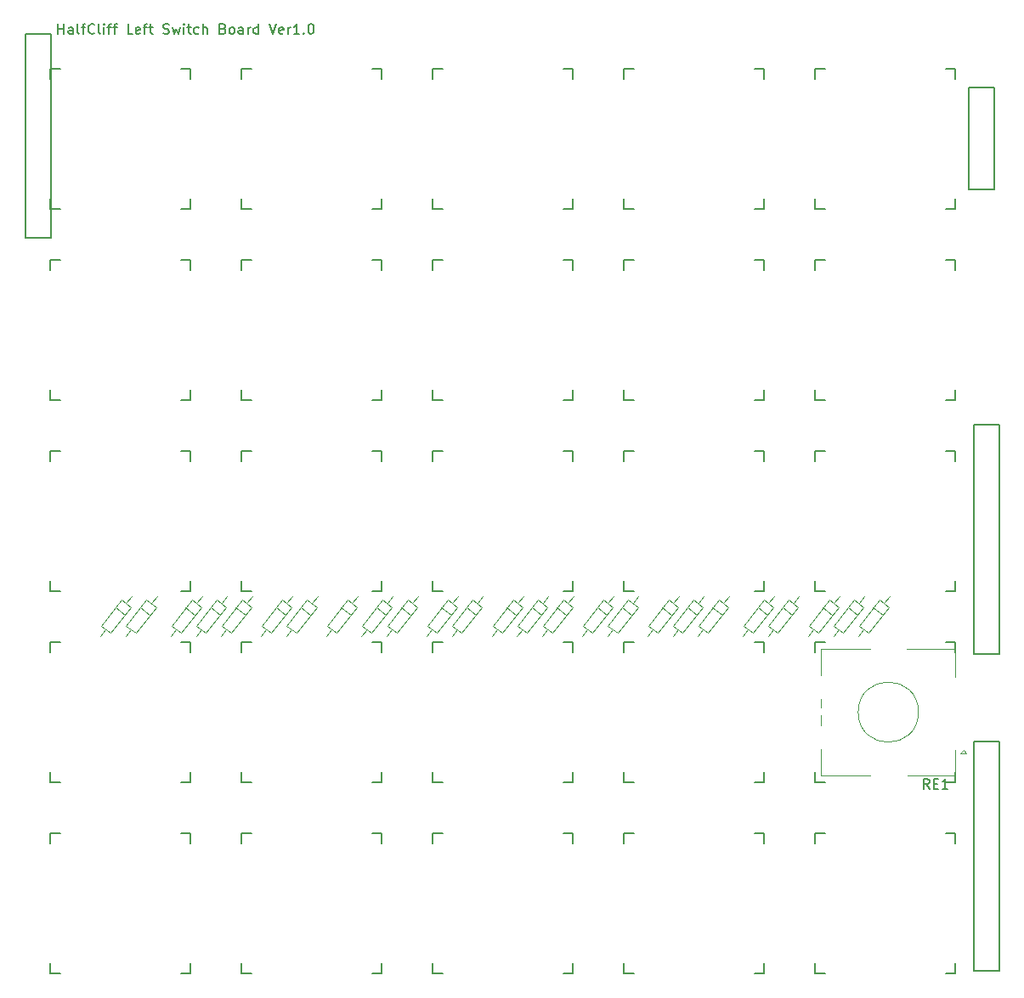
<source format=gto>
G04 #@! TF.GenerationSoftware,KiCad,Pcbnew,(5.1.9)-1*
G04 #@! TF.CreationDate,2021-04-17T21:53:40+09:00*
G04 #@! TF.ProjectId,____________,adfcb9a4-c3c1-428e-91a4-f3fa7f2e6b69,rev?*
G04 #@! TF.SameCoordinates,Original*
G04 #@! TF.FileFunction,Legend,Top*
G04 #@! TF.FilePolarity,Positive*
%FSLAX46Y46*%
G04 Gerber Fmt 4.6, Leading zero omitted, Abs format (unit mm)*
G04 Created by KiCad (PCBNEW (5.1.9)-1) date 2021-04-17 21:53:40*
%MOMM*%
%LPD*%
G01*
G04 APERTURE LIST*
%ADD10C,0.150000*%
%ADD11C,0.120000*%
%ADD12C,4.000000*%
%ADD13C,1.900000*%
%ADD14C,1.700000*%
G04 APERTURE END LIST*
D10*
X3285714Y94147619D02*
X3285714Y95147619D01*
X3285714Y94671428D02*
X3857142Y94671428D01*
X3857142Y94147619D02*
X3857142Y95147619D01*
X4761904Y94147619D02*
X4761904Y94671428D01*
X4714285Y94766666D01*
X4619047Y94814285D01*
X4428571Y94814285D01*
X4333333Y94766666D01*
X4761904Y94195238D02*
X4666666Y94147619D01*
X4428571Y94147619D01*
X4333333Y94195238D01*
X4285714Y94290476D01*
X4285714Y94385714D01*
X4333333Y94480952D01*
X4428571Y94528571D01*
X4666666Y94528571D01*
X4761904Y94576190D01*
X5380952Y94147619D02*
X5285714Y94195238D01*
X5238095Y94290476D01*
X5238095Y95147619D01*
X5619047Y94814285D02*
X5999999Y94814285D01*
X5761904Y94147619D02*
X5761904Y95004761D01*
X5809523Y95100000D01*
X5904761Y95147619D01*
X5999999Y95147619D01*
X6904761Y94242857D02*
X6857142Y94195238D01*
X6714285Y94147619D01*
X6619047Y94147619D01*
X6476190Y94195238D01*
X6380952Y94290476D01*
X6333333Y94385714D01*
X6285714Y94576190D01*
X6285714Y94719047D01*
X6333333Y94909523D01*
X6380952Y95004761D01*
X6476190Y95100000D01*
X6619047Y95147619D01*
X6714285Y95147619D01*
X6857142Y95100000D01*
X6904761Y95052380D01*
X7476190Y94147619D02*
X7380952Y94195238D01*
X7333333Y94290476D01*
X7333333Y95147619D01*
X7857142Y94147619D02*
X7857142Y94814285D01*
X7857142Y95147619D02*
X7809523Y95100000D01*
X7857142Y95052380D01*
X7904761Y95100000D01*
X7857142Y95147619D01*
X7857142Y95052380D01*
X8190476Y94814285D02*
X8571428Y94814285D01*
X8333333Y94147619D02*
X8333333Y95004761D01*
X8380952Y95100000D01*
X8476190Y95147619D01*
X8571428Y95147619D01*
X8761904Y94814285D02*
X9142857Y94814285D01*
X8904761Y94147619D02*
X8904761Y95004761D01*
X8952380Y95100000D01*
X9047619Y95147619D01*
X9142857Y95147619D01*
X10714285Y94147619D02*
X10238095Y94147619D01*
X10238095Y95147619D01*
X11428571Y94195238D02*
X11333333Y94147619D01*
X11142857Y94147619D01*
X11047619Y94195238D01*
X10999999Y94290476D01*
X10999999Y94671428D01*
X11047619Y94766666D01*
X11142857Y94814285D01*
X11333333Y94814285D01*
X11428571Y94766666D01*
X11476190Y94671428D01*
X11476190Y94576190D01*
X10999999Y94480952D01*
X11761904Y94814285D02*
X12142857Y94814285D01*
X11904761Y94147619D02*
X11904761Y95004761D01*
X11952380Y95100000D01*
X12047619Y95147619D01*
X12142857Y95147619D01*
X12333333Y94814285D02*
X12714285Y94814285D01*
X12476190Y95147619D02*
X12476190Y94290476D01*
X12523809Y94195238D01*
X12619047Y94147619D01*
X12714285Y94147619D01*
X13761904Y94195238D02*
X13904761Y94147619D01*
X14142857Y94147619D01*
X14238095Y94195238D01*
X14285714Y94242857D01*
X14333333Y94338095D01*
X14333333Y94433333D01*
X14285714Y94528571D01*
X14238095Y94576190D01*
X14142857Y94623809D01*
X13952380Y94671428D01*
X13857142Y94719047D01*
X13809523Y94766666D01*
X13761904Y94861904D01*
X13761904Y94957142D01*
X13809523Y95052380D01*
X13857142Y95100000D01*
X13952380Y95147619D01*
X14190476Y95147619D01*
X14333333Y95100000D01*
X14666666Y94814285D02*
X14857142Y94147619D01*
X15047619Y94623809D01*
X15238095Y94147619D01*
X15428571Y94814285D01*
X15809523Y94147619D02*
X15809523Y94814285D01*
X15809523Y95147619D02*
X15761904Y95100000D01*
X15809523Y95052380D01*
X15857142Y95100000D01*
X15809523Y95147619D01*
X15809523Y95052380D01*
X16142857Y94814285D02*
X16523809Y94814285D01*
X16285714Y95147619D02*
X16285714Y94290476D01*
X16333333Y94195238D01*
X16428571Y94147619D01*
X16523809Y94147619D01*
X17285714Y94195238D02*
X17190476Y94147619D01*
X16999999Y94147619D01*
X16904761Y94195238D01*
X16857142Y94242857D01*
X16809523Y94338095D01*
X16809523Y94623809D01*
X16857142Y94719047D01*
X16904761Y94766666D01*
X16999999Y94814285D01*
X17190476Y94814285D01*
X17285714Y94766666D01*
X17714285Y94147619D02*
X17714285Y95147619D01*
X18142857Y94147619D02*
X18142857Y94671428D01*
X18095238Y94766666D01*
X17999999Y94814285D01*
X17857142Y94814285D01*
X17761904Y94766666D01*
X17714285Y94719047D01*
X19714285Y94671428D02*
X19857142Y94623809D01*
X19904761Y94576190D01*
X19952380Y94480952D01*
X19952380Y94338095D01*
X19904761Y94242857D01*
X19857142Y94195238D01*
X19761904Y94147619D01*
X19380952Y94147619D01*
X19380952Y95147619D01*
X19714285Y95147619D01*
X19809523Y95100000D01*
X19857142Y95052380D01*
X19904761Y94957142D01*
X19904761Y94861904D01*
X19857142Y94766666D01*
X19809523Y94719047D01*
X19714285Y94671428D01*
X19380952Y94671428D01*
X20523809Y94147619D02*
X20428571Y94195238D01*
X20380952Y94242857D01*
X20333333Y94338095D01*
X20333333Y94623809D01*
X20380952Y94719047D01*
X20428571Y94766666D01*
X20523809Y94814285D01*
X20666666Y94814285D01*
X20761904Y94766666D01*
X20809523Y94719047D01*
X20857142Y94623809D01*
X20857142Y94338095D01*
X20809523Y94242857D01*
X20761904Y94195238D01*
X20666666Y94147619D01*
X20523809Y94147619D01*
X21714285Y94147619D02*
X21714285Y94671428D01*
X21666666Y94766666D01*
X21571428Y94814285D01*
X21380952Y94814285D01*
X21285714Y94766666D01*
X21714285Y94195238D02*
X21619047Y94147619D01*
X21380952Y94147619D01*
X21285714Y94195238D01*
X21238095Y94290476D01*
X21238095Y94385714D01*
X21285714Y94480952D01*
X21380952Y94528571D01*
X21619047Y94528571D01*
X21714285Y94576190D01*
X22190476Y94147619D02*
X22190476Y94814285D01*
X22190476Y94623809D02*
X22238095Y94719047D01*
X22285714Y94766666D01*
X22380952Y94814285D01*
X22476190Y94814285D01*
X23238095Y94147619D02*
X23238095Y95147619D01*
X23238095Y94195238D02*
X23142857Y94147619D01*
X22952380Y94147619D01*
X22857142Y94195238D01*
X22809523Y94242857D01*
X22761904Y94338095D01*
X22761904Y94623809D01*
X22809523Y94719047D01*
X22857142Y94766666D01*
X22952380Y94814285D01*
X23142857Y94814285D01*
X23238095Y94766666D01*
X24333333Y95147619D02*
X24666666Y94147619D01*
X24999999Y95147619D01*
X25714285Y94195238D02*
X25619047Y94147619D01*
X25428571Y94147619D01*
X25333333Y94195238D01*
X25285714Y94290476D01*
X25285714Y94671428D01*
X25333333Y94766666D01*
X25428571Y94814285D01*
X25619047Y94814285D01*
X25714285Y94766666D01*
X25761904Y94671428D01*
X25761904Y94576190D01*
X25285714Y94480952D01*
X26190476Y94147619D02*
X26190476Y94814285D01*
X26190476Y94623809D02*
X26238095Y94719047D01*
X26285714Y94766666D01*
X26380952Y94814285D01*
X26476190Y94814285D01*
X27333333Y94147619D02*
X26761904Y94147619D01*
X27047619Y94147619D02*
X27047619Y95147619D01*
X26952380Y95004761D01*
X26857142Y94909523D01*
X26761904Y94861904D01*
X27761904Y94242857D02*
X27809523Y94195238D01*
X27761904Y94147619D01*
X27714285Y94195238D01*
X27761904Y94242857D01*
X27761904Y94147619D01*
X28428571Y95147619D02*
X28523809Y95147619D01*
X28619047Y95100000D01*
X28666666Y95052380D01*
X28714285Y94957142D01*
X28761904Y94766666D01*
X28761904Y94528571D01*
X28714285Y94338095D01*
X28666666Y94242857D01*
X28619047Y94195238D01*
X28523809Y94147619D01*
X28428571Y94147619D01*
X28333333Y94195238D01*
X28285714Y94242857D01*
X28238095Y94338095D01*
X28190476Y94528571D01*
X28190476Y94766666D01*
X28238095Y94957142D01*
X28285714Y95052380D01*
X28333333Y95100000D01*
X28428571Y95147619D01*
X79700000Y500000D02*
X78700000Y500000D01*
X78700000Y1500000D02*
X78700000Y500000D01*
X92700000Y14500000D02*
X91700000Y14500000D01*
X92700000Y13500000D02*
X92700000Y14500000D01*
X92700000Y500000D02*
X92700000Y1500000D01*
X91700000Y500000D02*
X92700000Y500000D01*
X78700000Y14500000D02*
X79700000Y14500000D01*
X78700000Y13500000D02*
X78700000Y14500000D01*
X78700000Y89700000D02*
X78700000Y90700000D01*
X78700000Y90700000D02*
X79700000Y90700000D01*
X91700000Y76700000D02*
X92700000Y76700000D01*
X92700000Y76700000D02*
X92700000Y77700000D01*
X92700000Y89700000D02*
X92700000Y90700000D01*
X92700000Y90700000D02*
X91700000Y90700000D01*
X78700000Y77700000D02*
X78700000Y76700000D01*
X79700000Y76700000D02*
X78700000Y76700000D01*
X3500000Y76700000D02*
X2500000Y76700000D01*
X2500000Y77700000D02*
X2500000Y76700000D01*
X16500000Y90700000D02*
X15500000Y90700000D01*
X16500000Y89700000D02*
X16500000Y90700000D01*
X16500000Y76700000D02*
X16500000Y77700000D01*
X15500000Y76700000D02*
X16500000Y76700000D01*
X2500000Y90700000D02*
X3500000Y90700000D01*
X2500000Y89700000D02*
X2500000Y90700000D01*
X78700000Y32550000D02*
X78700000Y33550000D01*
X78700000Y33550000D02*
X79700000Y33550000D01*
X91700000Y19550000D02*
X92700000Y19550000D01*
X92700000Y19550000D02*
X92700000Y20550000D01*
X92700000Y32550000D02*
X92700000Y33550000D01*
X92700000Y33550000D02*
X91700000Y33550000D01*
X78700000Y20550000D02*
X78700000Y19550000D01*
X79700000Y19550000D02*
X78700000Y19550000D01*
D11*
X86500000Y26550000D02*
X85500000Y26550000D01*
X86000000Y26050000D02*
X86000000Y27050000D01*
X79300000Y30250000D02*
X79300000Y32850000D01*
X79300000Y25250000D02*
X79300000Y27850000D01*
X79300000Y20250000D02*
X79300000Y22850000D01*
X93200000Y22450000D02*
X93500000Y22750000D01*
X93800000Y22450000D02*
X93200000Y22450000D01*
X93500000Y22750000D02*
X93800000Y22450000D01*
X92700000Y20250000D02*
X92700000Y22750000D01*
X87900000Y20250000D02*
X92700000Y20250000D01*
X92700000Y32850000D02*
X92700000Y30050000D01*
X87800000Y32850000D02*
X92700000Y32850000D01*
X79300000Y32850000D02*
X84200000Y32850000D01*
X84200000Y20250000D02*
X79300000Y20250000D01*
X89000000Y26550000D02*
G75*
G03*
X89000000Y26550000I-3000000J0D01*
G01*
D10*
X78700000Y70650000D02*
X78700000Y71650000D01*
X78700000Y71650000D02*
X79700000Y71650000D01*
X91700000Y57650000D02*
X92700000Y57650000D01*
X92700000Y57650000D02*
X92700000Y58650000D01*
X92700000Y70650000D02*
X92700000Y71650000D01*
X92700000Y71650000D02*
X91700000Y71650000D01*
X78700000Y58650000D02*
X78700000Y57650000D01*
X79700000Y57650000D02*
X78700000Y57650000D01*
X3500000Y57650000D02*
X2500000Y57650000D01*
X2500000Y58650000D02*
X2500000Y57650000D01*
X16500000Y71650000D02*
X15500000Y71650000D01*
X16500000Y70650000D02*
X16500000Y71650000D01*
X16500000Y57650000D02*
X16500000Y58650000D01*
X15500000Y57650000D02*
X16500000Y57650000D01*
X2500000Y71650000D02*
X3500000Y71650000D01*
X2500000Y70650000D02*
X2500000Y71650000D01*
X2500000Y51600000D02*
X2500000Y52600000D01*
X2500000Y52600000D02*
X3500000Y52600000D01*
X15500000Y38600000D02*
X16500000Y38600000D01*
X16500000Y38600000D02*
X16500000Y39600000D01*
X16500000Y51600000D02*
X16500000Y52600000D01*
X16500000Y52600000D02*
X15500000Y52600000D01*
X2500000Y39600000D02*
X2500000Y38600000D01*
X3500000Y38600000D02*
X2500000Y38600000D01*
X3500000Y19550000D02*
X2500000Y19550000D01*
X2500000Y20550000D02*
X2500000Y19550000D01*
X16500000Y33550000D02*
X15500000Y33550000D01*
X16500000Y32550000D02*
X16500000Y33550000D01*
X16500000Y19550000D02*
X16500000Y20550000D01*
X15500000Y19550000D02*
X16500000Y19550000D01*
X2500000Y33550000D02*
X3500000Y33550000D01*
X2500000Y32550000D02*
X2500000Y33550000D01*
X21550000Y89700000D02*
X21550000Y90700000D01*
X21550000Y90700000D02*
X22550000Y90700000D01*
X34550000Y76700000D02*
X35550000Y76700000D01*
X35550000Y76700000D02*
X35550000Y77700000D01*
X35550000Y89700000D02*
X35550000Y90700000D01*
X35550000Y90700000D02*
X34550000Y90700000D01*
X21550000Y77700000D02*
X21550000Y76700000D01*
X22550000Y76700000D02*
X21550000Y76700000D01*
X22550000Y57650000D02*
X21550000Y57650000D01*
X21550000Y58650000D02*
X21550000Y57650000D01*
X35550000Y71650000D02*
X34550000Y71650000D01*
X35550000Y70650000D02*
X35550000Y71650000D01*
X35550000Y57650000D02*
X35550000Y58650000D01*
X34550000Y57650000D02*
X35550000Y57650000D01*
X21550000Y71650000D02*
X22550000Y71650000D01*
X21550000Y70650000D02*
X21550000Y71650000D01*
X21550000Y51600000D02*
X21550000Y52600000D01*
X21550000Y52600000D02*
X22550000Y52600000D01*
X34550000Y38600000D02*
X35550000Y38600000D01*
X35550000Y38600000D02*
X35550000Y39600000D01*
X35550000Y51600000D02*
X35550000Y52600000D01*
X35550000Y52600000D02*
X34550000Y52600000D01*
X21550000Y39600000D02*
X21550000Y38600000D01*
X22550000Y38600000D02*
X21550000Y38600000D01*
X22550000Y19550000D02*
X21550000Y19550000D01*
X21550000Y20550000D02*
X21550000Y19550000D01*
X35550000Y33550000D02*
X34550000Y33550000D01*
X35550000Y32550000D02*
X35550000Y33550000D01*
X35550000Y19550000D02*
X35550000Y20550000D01*
X34550000Y19550000D02*
X35550000Y19550000D01*
X21550000Y33550000D02*
X22550000Y33550000D01*
X21550000Y32550000D02*
X21550000Y33550000D01*
X41600000Y76700000D02*
X40600000Y76700000D01*
X40600000Y77700000D02*
X40600000Y76700000D01*
X54600000Y90700000D02*
X53600000Y90700000D01*
X54600000Y89700000D02*
X54600000Y90700000D01*
X54600000Y76700000D02*
X54600000Y77700000D01*
X53600000Y76700000D02*
X54600000Y76700000D01*
X40600000Y90700000D02*
X41600000Y90700000D01*
X40600000Y89700000D02*
X40600000Y90700000D01*
X41600000Y57650000D02*
X40600000Y57650000D01*
X40600000Y58650000D02*
X40600000Y57650000D01*
X54600000Y71650000D02*
X53600000Y71650000D01*
X54600000Y70650000D02*
X54600000Y71650000D01*
X54600000Y57650000D02*
X54600000Y58650000D01*
X53600000Y57650000D02*
X54600000Y57650000D01*
X40600000Y71650000D02*
X41600000Y71650000D01*
X40600000Y70650000D02*
X40600000Y71650000D01*
X40600000Y51600000D02*
X40600000Y52600000D01*
X40600000Y52600000D02*
X41600000Y52600000D01*
X53600000Y38600000D02*
X54600000Y38600000D01*
X54600000Y38600000D02*
X54600000Y39600000D01*
X54600000Y51600000D02*
X54600000Y52600000D01*
X54600000Y52600000D02*
X53600000Y52600000D01*
X40600000Y39600000D02*
X40600000Y38600000D01*
X41600000Y38600000D02*
X40600000Y38600000D01*
X41600000Y19550000D02*
X40600000Y19550000D01*
X40600000Y20550000D02*
X40600000Y19550000D01*
X54600000Y33550000D02*
X53600000Y33550000D01*
X54600000Y32550000D02*
X54600000Y33550000D01*
X54600000Y19550000D02*
X54600000Y20550000D01*
X53600000Y19550000D02*
X54600000Y19550000D01*
X40600000Y33550000D02*
X41600000Y33550000D01*
X40600000Y32550000D02*
X40600000Y33550000D01*
X40600000Y13500000D02*
X40600000Y14500000D01*
X40600000Y14500000D02*
X41600000Y14500000D01*
X53600000Y500000D02*
X54600000Y500000D01*
X54600000Y500000D02*
X54600000Y1500000D01*
X54600000Y13500000D02*
X54600000Y14500000D01*
X54600000Y14500000D02*
X53600000Y14500000D01*
X40600000Y1500000D02*
X40600000Y500000D01*
X41600000Y500000D02*
X40600000Y500000D01*
X60650000Y76700000D02*
X59650000Y76700000D01*
X59650000Y77700000D02*
X59650000Y76700000D01*
X73650000Y90700000D02*
X72650000Y90700000D01*
X73650000Y89700000D02*
X73650000Y90700000D01*
X73650000Y76700000D02*
X73650000Y77700000D01*
X72650000Y76700000D02*
X73650000Y76700000D01*
X59650000Y90700000D02*
X60650000Y90700000D01*
X59650000Y89700000D02*
X59650000Y90700000D01*
X60650000Y57650000D02*
X59650000Y57650000D01*
X59650000Y58650000D02*
X59650000Y57650000D01*
X73650000Y71650000D02*
X72650000Y71650000D01*
X73650000Y70650000D02*
X73650000Y71650000D01*
X73650000Y57650000D02*
X73650000Y58650000D01*
X72650000Y57650000D02*
X73650000Y57650000D01*
X59650000Y71650000D02*
X60650000Y71650000D01*
X59650000Y70650000D02*
X59650000Y71650000D01*
X59650000Y51600000D02*
X59650000Y52600000D01*
X59650000Y52600000D02*
X60650000Y52600000D01*
X72650000Y38600000D02*
X73650000Y38600000D01*
X73650000Y38600000D02*
X73650000Y39600000D01*
X73650000Y51600000D02*
X73650000Y52600000D01*
X73650000Y52600000D02*
X72650000Y52600000D01*
X59650000Y39600000D02*
X59650000Y38600000D01*
X60650000Y38600000D02*
X59650000Y38600000D01*
X59650000Y32550000D02*
X59650000Y33550000D01*
X59650000Y33550000D02*
X60650000Y33550000D01*
X72650000Y19550000D02*
X73650000Y19550000D01*
X73650000Y19550000D02*
X73650000Y20550000D01*
X73650000Y32550000D02*
X73650000Y33550000D01*
X73650000Y33550000D02*
X72650000Y33550000D01*
X59650000Y20550000D02*
X59650000Y19550000D01*
X60650000Y19550000D02*
X59650000Y19550000D01*
X60650000Y500000D02*
X59650000Y500000D01*
X59650000Y1500000D02*
X59650000Y500000D01*
X73650000Y14500000D02*
X72650000Y14500000D01*
X73650000Y13500000D02*
X73650000Y14500000D01*
X73650000Y500000D02*
X73650000Y1500000D01*
X72650000Y500000D02*
X73650000Y500000D01*
X59650000Y14500000D02*
X60650000Y14500000D01*
X59650000Y13500000D02*
X59650000Y14500000D01*
X79700000Y38600000D02*
X78700000Y38600000D01*
X78700000Y39600000D02*
X78700000Y38600000D01*
X92700000Y52600000D02*
X91700000Y52600000D01*
X92700000Y51600000D02*
X92700000Y52600000D01*
X92700000Y38600000D02*
X92700000Y39600000D01*
X91700000Y38600000D02*
X92700000Y38600000D01*
X78700000Y52600000D02*
X79700000Y52600000D01*
X78700000Y51600000D02*
X78700000Y52600000D01*
X96520000Y78645000D02*
X93980000Y78645000D01*
X93980000Y88805000D02*
X96520000Y88805000D01*
X93980000Y78645000D02*
X93980000Y88805000D01*
X96520000Y78645000D02*
X96520000Y88805000D01*
X3500000Y500000D02*
X2500000Y500000D01*
X2500000Y1500000D02*
X2500000Y500000D01*
X16500000Y14500000D02*
X15500000Y14500000D01*
X16500000Y13500000D02*
X16500000Y14500000D01*
X16500000Y500000D02*
X16500000Y1500000D01*
X15500000Y500000D02*
X16500000Y500000D01*
X2500000Y14500000D02*
X3500000Y14500000D01*
X2500000Y13500000D02*
X2500000Y14500000D01*
X21550000Y13500000D02*
X21550000Y14500000D01*
X21550000Y14500000D02*
X22550000Y14500000D01*
X34550000Y500000D02*
X35550000Y500000D01*
X35550000Y500000D02*
X35550000Y1500000D01*
X35550000Y13500000D02*
X35550000Y14500000D01*
X35550000Y14500000D02*
X34550000Y14500000D01*
X21550000Y1500000D02*
X21550000Y500000D01*
X22550000Y500000D02*
X21550000Y500000D01*
X0Y73850000D02*
X0Y94170000D01*
X2540000Y73850000D02*
X0Y73850000D01*
X2540000Y94170000D02*
X2540000Y73850000D01*
X0Y94170000D02*
X2540000Y94170000D01*
X94490000Y55190000D02*
X97030000Y55190000D01*
X97030000Y55190000D02*
X97030000Y32330000D01*
X97030000Y32330000D02*
X94490000Y32330000D01*
X94490000Y32330000D02*
X94490000Y55190000D01*
X94490000Y730000D02*
X94490000Y23590000D01*
X97030000Y730000D02*
X94490000Y730000D01*
X97030000Y23590000D02*
X97030000Y730000D01*
X94490000Y23590000D02*
X97030000Y23590000D01*
D11*
X21922986Y36242810D02*
X20977374Y36981604D01*
X20506965Y34430385D02*
X22538648Y37030821D01*
X19561352Y35169179D02*
X20506965Y34430385D01*
X19561352Y35169179D02*
X21593035Y37769615D01*
X19510846Y34129973D02*
X20034159Y34799782D01*
X22538648Y37030821D02*
X21593035Y37769615D01*
X22065841Y37400218D02*
X22619937Y38109427D01*
X19565841Y37400218D02*
X20119937Y38109427D01*
X20038648Y37030821D02*
X19093035Y37769615D01*
X17010846Y34129973D02*
X17534159Y34799782D01*
X17061352Y35169179D02*
X19093035Y37769615D01*
X17061352Y35169179D02*
X18006965Y34430385D01*
X18006965Y34430385D02*
X20038648Y37030821D01*
X19422986Y36242810D02*
X18477374Y36981604D01*
X16922986Y36242810D02*
X15977374Y36981604D01*
X15506965Y34430385D02*
X17538648Y37030821D01*
X14561352Y35169179D02*
X15506965Y34430385D01*
X14561352Y35169179D02*
X16593035Y37769615D01*
X14510846Y34129973D02*
X15034159Y34799782D01*
X17538648Y37030821D02*
X16593035Y37769615D01*
X17065841Y37400218D02*
X17619937Y38109427D01*
X12565841Y37400218D02*
X13119937Y38109427D01*
X13038648Y37030821D02*
X12093035Y37769615D01*
X10010846Y34129973D02*
X10534159Y34799782D01*
X10061352Y35169179D02*
X12093035Y37769615D01*
X10061352Y35169179D02*
X11006965Y34430385D01*
X11006965Y34430385D02*
X13038648Y37030821D01*
X12422986Y36242810D02*
X11477374Y36981604D01*
X9922986Y36242810D02*
X8977374Y36981604D01*
X8506965Y34430385D02*
X10538648Y37030821D01*
X7561352Y35169179D02*
X8506965Y34430385D01*
X7561352Y35169179D02*
X9593035Y37769615D01*
X7510846Y34129973D02*
X8034159Y34799782D01*
X10538648Y37030821D02*
X9593035Y37769615D01*
X10065841Y37400218D02*
X10619937Y38109427D01*
X38565841Y37400218D02*
X39119937Y38109427D01*
X39038648Y37030821D02*
X38093035Y37769615D01*
X36010846Y34129973D02*
X36534159Y34799782D01*
X36061352Y35169179D02*
X38093035Y37769615D01*
X36061352Y35169179D02*
X37006965Y34430385D01*
X37006965Y34430385D02*
X39038648Y37030821D01*
X38422986Y36242810D02*
X37477374Y36981604D01*
X36065841Y37400218D02*
X36619937Y38109427D01*
X36538648Y37030821D02*
X35593035Y37769615D01*
X33510846Y34129973D02*
X34034159Y34799782D01*
X33561352Y35169179D02*
X35593035Y37769615D01*
X33561352Y35169179D02*
X34506965Y34430385D01*
X34506965Y34430385D02*
X36538648Y37030821D01*
X35922986Y36242810D02*
X34977374Y36981604D01*
X32422986Y36242810D02*
X31477374Y36981604D01*
X31006965Y34430385D02*
X33038648Y37030821D01*
X30061352Y35169179D02*
X31006965Y34430385D01*
X30061352Y35169179D02*
X32093035Y37769615D01*
X30010846Y34129973D02*
X30534159Y34799782D01*
X33038648Y37030821D02*
X32093035Y37769615D01*
X32565841Y37400218D02*
X33119937Y38109427D01*
X28565841Y37400218D02*
X29119937Y38109427D01*
X29038648Y37030821D02*
X28093035Y37769615D01*
X26010846Y34129973D02*
X26534159Y34799782D01*
X26061352Y35169179D02*
X28093035Y37769615D01*
X26061352Y35169179D02*
X27006965Y34430385D01*
X27006965Y34430385D02*
X29038648Y37030821D01*
X28422986Y36242810D02*
X27477374Y36981604D01*
X26065841Y37400218D02*
X26619937Y38109427D01*
X26538648Y37030821D02*
X25593035Y37769615D01*
X23510846Y34129973D02*
X24034159Y34799782D01*
X23561352Y35169179D02*
X25593035Y37769615D01*
X23561352Y35169179D02*
X24506965Y34430385D01*
X24506965Y34430385D02*
X26538648Y37030821D01*
X25922986Y36242810D02*
X24977374Y36981604D01*
X53922986Y36242810D02*
X52977374Y36981604D01*
X52506965Y34430385D02*
X54538648Y37030821D01*
X51561352Y35169179D02*
X52506965Y34430385D01*
X51561352Y35169179D02*
X53593035Y37769615D01*
X51510846Y34129973D02*
X52034159Y34799782D01*
X54538648Y37030821D02*
X53593035Y37769615D01*
X54065841Y37400218D02*
X54619937Y38109427D01*
X51422986Y36242810D02*
X50477374Y36981604D01*
X50006965Y34430385D02*
X52038648Y37030821D01*
X49061352Y35169179D02*
X50006965Y34430385D01*
X49061352Y35169179D02*
X51093035Y37769615D01*
X49010846Y34129973D02*
X49534159Y34799782D01*
X52038648Y37030821D02*
X51093035Y37769615D01*
X51565841Y37400218D02*
X52119937Y38109427D01*
X49065841Y37400218D02*
X49619937Y38109427D01*
X49538648Y37030821D02*
X48593035Y37769615D01*
X46510846Y34129973D02*
X47034159Y34799782D01*
X46561352Y35169179D02*
X48593035Y37769615D01*
X46561352Y35169179D02*
X47506965Y34430385D01*
X47506965Y34430385D02*
X49538648Y37030821D01*
X48922986Y36242810D02*
X47977374Y36981604D01*
X44922986Y36242810D02*
X43977374Y36981604D01*
X43506965Y34430385D02*
X45538648Y37030821D01*
X42561352Y35169179D02*
X43506965Y34430385D01*
X42561352Y35169179D02*
X44593035Y37769615D01*
X42510846Y34129973D02*
X43034159Y34799782D01*
X45538648Y37030821D02*
X44593035Y37769615D01*
X45065841Y37400218D02*
X45619937Y38109427D01*
X42565841Y37400218D02*
X43119937Y38109427D01*
X43038648Y37030821D02*
X42093035Y37769615D01*
X40010846Y34129973D02*
X40534159Y34799782D01*
X40061352Y35169179D02*
X42093035Y37769615D01*
X40061352Y35169179D02*
X41006965Y34430385D01*
X41006965Y34430385D02*
X43038648Y37030821D01*
X42422986Y36242810D02*
X41477374Y36981604D01*
X69565841Y37400218D02*
X70119937Y38109427D01*
X70038648Y37030821D02*
X69093035Y37769615D01*
X67010846Y34129973D02*
X67534159Y34799782D01*
X67061352Y35169179D02*
X69093035Y37769615D01*
X67061352Y35169179D02*
X68006965Y34430385D01*
X68006965Y34430385D02*
X70038648Y37030821D01*
X69422986Y36242810D02*
X68477374Y36981604D01*
X67065841Y37400218D02*
X67619937Y38109427D01*
X67538648Y37030821D02*
X66593035Y37769615D01*
X64510846Y34129973D02*
X65034159Y34799782D01*
X64561352Y35169179D02*
X66593035Y37769615D01*
X64561352Y35169179D02*
X65506965Y34430385D01*
X65506965Y34430385D02*
X67538648Y37030821D01*
X66922986Y36242810D02*
X65977374Y36981604D01*
X64422986Y36242810D02*
X63477374Y36981604D01*
X63006965Y34430385D02*
X65038648Y37030821D01*
X62061352Y35169179D02*
X63006965Y34430385D01*
X62061352Y35169179D02*
X64093035Y37769615D01*
X62010846Y34129973D02*
X62534159Y34799782D01*
X65038648Y37030821D02*
X64093035Y37769615D01*
X64565841Y37400218D02*
X65119937Y38109427D01*
X60422986Y36242810D02*
X59477374Y36981604D01*
X59006965Y34430385D02*
X61038648Y37030821D01*
X58061352Y35169179D02*
X59006965Y34430385D01*
X58061352Y35169179D02*
X60093035Y37769615D01*
X58010846Y34129973D02*
X58534159Y34799782D01*
X61038648Y37030821D02*
X60093035Y37769615D01*
X60565841Y37400218D02*
X61119937Y38109427D01*
X58065841Y37400218D02*
X58619937Y38109427D01*
X58538648Y37030821D02*
X57593035Y37769615D01*
X55510846Y34129973D02*
X56034159Y34799782D01*
X55561352Y35169179D02*
X57593035Y37769615D01*
X55561352Y35169179D02*
X56506965Y34430385D01*
X56506965Y34430385D02*
X58538648Y37030821D01*
X57922986Y36242810D02*
X56977374Y36981604D01*
X85565841Y37400218D02*
X86119937Y38109427D01*
X86038648Y37030821D02*
X85093035Y37769615D01*
X83010846Y34129973D02*
X83534159Y34799782D01*
X83061352Y35169179D02*
X85093035Y37769615D01*
X83061352Y35169179D02*
X84006965Y34430385D01*
X84006965Y34430385D02*
X86038648Y37030821D01*
X85422986Y36242810D02*
X84477374Y36981604D01*
X83065841Y37400218D02*
X83619937Y38109427D01*
X83538648Y37030821D02*
X82593035Y37769615D01*
X80510846Y34129973D02*
X81034159Y34799782D01*
X80561352Y35169179D02*
X82593035Y37769615D01*
X80561352Y35169179D02*
X81506965Y34430385D01*
X81506965Y34430385D02*
X83538648Y37030821D01*
X82922986Y36242810D02*
X81977374Y36981604D01*
X80422986Y36242810D02*
X79477374Y36981604D01*
X79006965Y34430385D02*
X81038648Y37030821D01*
X78061352Y35169179D02*
X79006965Y34430385D01*
X78061352Y35169179D02*
X80093035Y37769615D01*
X78010846Y34129973D02*
X78534159Y34799782D01*
X81038648Y37030821D02*
X80093035Y37769615D01*
X80565841Y37400218D02*
X81119937Y38109427D01*
X76422986Y36242810D02*
X75477374Y36981604D01*
X75006965Y34430385D02*
X77038648Y37030821D01*
X74061352Y35169179D02*
X75006965Y34430385D01*
X74061352Y35169179D02*
X76093035Y37769615D01*
X74010846Y34129973D02*
X74534159Y34799782D01*
X77038648Y37030821D02*
X76093035Y37769615D01*
X76565841Y37400218D02*
X77119937Y38109427D01*
X73922986Y36242810D02*
X72977374Y36981604D01*
X72506965Y34430385D02*
X74538648Y37030821D01*
X71561352Y35169179D02*
X72506965Y34430385D01*
X71561352Y35169179D02*
X73593035Y37769615D01*
X71510846Y34129973D02*
X72034159Y34799782D01*
X74538648Y37030821D02*
X73593035Y37769615D01*
X74065841Y37400218D02*
X74619937Y38109427D01*
D10*
X90080952Y18897619D02*
X89747619Y19373809D01*
X89509523Y18897619D02*
X89509523Y19897619D01*
X89890476Y19897619D01*
X89985714Y19850000D01*
X90033333Y19802380D01*
X90080952Y19707142D01*
X90080952Y19564285D01*
X90033333Y19469047D01*
X89985714Y19421428D01*
X89890476Y19373809D01*
X89509523Y19373809D01*
X90509523Y19421428D02*
X90842857Y19421428D01*
X90985714Y18897619D02*
X90509523Y18897619D01*
X90509523Y19897619D01*
X90985714Y19897619D01*
X91938095Y18897619D02*
X91366666Y18897619D01*
X91652380Y18897619D02*
X91652380Y19897619D01*
X91557142Y19754761D01*
X91461904Y19659523D01*
X91366666Y19611904D01*
%LPC*%
D12*
X85700000Y7500000D03*
D13*
X80200000Y7500000D03*
X91200000Y7500000D03*
D14*
X90780000Y7500000D03*
X80620000Y7500000D03*
X80620000Y83700000D03*
X90780000Y83700000D03*
D13*
X91200000Y83700000D03*
X80200000Y83700000D03*
D12*
X85700000Y83700000D03*
D14*
X4420000Y83700000D03*
X14580000Y83700000D03*
D13*
X15000000Y83700000D03*
X4000000Y83700000D03*
D12*
X9500000Y83700000D03*
D14*
X80620000Y26550000D03*
X90780000Y26550000D03*
D13*
X91200000Y26550000D03*
X80200000Y26550000D03*
D12*
X85700000Y26550000D03*
D14*
X80620000Y64650000D03*
X90780000Y64650000D03*
D13*
X91200000Y64650000D03*
X80200000Y64650000D03*
D12*
X85700000Y64650000D03*
X9500000Y64650000D03*
D13*
X4000000Y64650000D03*
X15000000Y64650000D03*
D14*
X14580000Y64650000D03*
X4420000Y64650000D03*
X4420000Y45600000D03*
X14580000Y45600000D03*
D13*
X15000000Y45600000D03*
X4000000Y45600000D03*
D12*
X9500000Y45600000D03*
X9500000Y26550000D03*
D13*
X4000000Y26550000D03*
X15000000Y26550000D03*
D14*
X14580000Y26550000D03*
X4420000Y26550000D03*
X23470000Y83700000D03*
X33630000Y83700000D03*
D13*
X34050000Y83700000D03*
X23050000Y83700000D03*
D12*
X28550000Y83700000D03*
X28550000Y64650000D03*
D13*
X23050000Y64650000D03*
X34050000Y64650000D03*
D14*
X33630000Y64650000D03*
X23470000Y64650000D03*
X23470000Y45600000D03*
X33630000Y45600000D03*
D13*
X34050000Y45600000D03*
X23050000Y45600000D03*
D12*
X28550000Y45600000D03*
X28550000Y26550000D03*
D13*
X23050000Y26550000D03*
X34050000Y26550000D03*
D14*
X33630000Y26550000D03*
X23470000Y26550000D03*
D12*
X47600000Y83700000D03*
D13*
X42100000Y83700000D03*
X53100000Y83700000D03*
D14*
X52680000Y83700000D03*
X42520000Y83700000D03*
D12*
X47600000Y64650000D03*
D13*
X42100000Y64650000D03*
X53100000Y64650000D03*
D14*
X52680000Y64650000D03*
X42520000Y64650000D03*
X42520000Y45600000D03*
X52680000Y45600000D03*
D13*
X53100000Y45600000D03*
X42100000Y45600000D03*
D12*
X47600000Y45600000D03*
X47600000Y26550000D03*
D13*
X42100000Y26550000D03*
X53100000Y26550000D03*
D14*
X52680000Y26550000D03*
X42520000Y26550000D03*
X42520000Y7500000D03*
X52680000Y7500000D03*
D13*
X53100000Y7500000D03*
X42100000Y7500000D03*
D12*
X47600000Y7500000D03*
X66650000Y83700000D03*
D13*
X61150000Y83700000D03*
X72150000Y83700000D03*
D14*
X71730000Y83700000D03*
X61570000Y83700000D03*
D12*
X66650000Y64650000D03*
D13*
X61150000Y64650000D03*
X72150000Y64650000D03*
D14*
X71730000Y64650000D03*
X61570000Y64650000D03*
X61570000Y45600000D03*
X71730000Y45600000D03*
D13*
X72150000Y45600000D03*
X61150000Y45600000D03*
D12*
X66650000Y45600000D03*
D14*
X61570000Y26550000D03*
X71730000Y26550000D03*
D13*
X72150000Y26550000D03*
X61150000Y26550000D03*
D12*
X66650000Y26550000D03*
X66650000Y7500000D03*
D13*
X61150000Y7500000D03*
X72150000Y7500000D03*
D14*
X71730000Y7500000D03*
X61570000Y7500000D03*
D12*
X85700000Y45600000D03*
D13*
X80200000Y45600000D03*
X91200000Y45600000D03*
D14*
X90780000Y45600000D03*
X80620000Y45600000D03*
D12*
X9500000Y7500000D03*
D13*
X4000000Y7500000D03*
X15000000Y7500000D03*
D14*
X14580000Y7500000D03*
X4420000Y7500000D03*
X23470000Y7500000D03*
X33630000Y7500000D03*
D13*
X34050000Y7500000D03*
X23050000Y7500000D03*
D12*
X28550000Y7500000D03*
M02*

</source>
